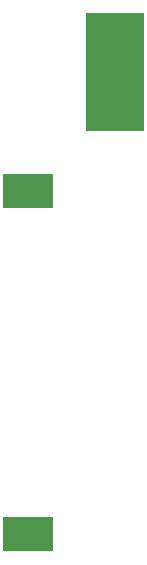
<source format=gbr>
%TF.GenerationSoftware,KiCad,Pcbnew,5.1.6-c6e7f7d~86~ubuntu20.04.1*%
%TF.CreationDate,2020-06-03T17:40:23+02:00*%
%TF.ProjectId,FShort,4653686f-7274-42e6-9b69-6361645f7063,rev?*%
%TF.SameCoordinates,Original*%
%TF.FileFunction,Paste,Bot*%
%TF.FilePolarity,Positive*%
%FSLAX46Y46*%
G04 Gerber Fmt 4.6, Leading zero omitted, Abs format (unit mm)*
G04 Created by KiCad (PCBNEW 5.1.6-c6e7f7d~86~ubuntu20.04.1) date 2020-06-03 17:40:23*
%MOMM*%
%LPD*%
G01*
G04 APERTURE LIST*
%ADD10R,4.200000X3.000000*%
%ADD11R,5.000000X10.000000*%
G04 APERTURE END LIST*
D10*
%TO.C,BT1*%
X117300000Y-84200000D03*
X117300000Y-55200000D03*
%TD*%
D11*
%TO.C,J14*%
X124600000Y-45100000D03*
%TD*%
M02*

</source>
